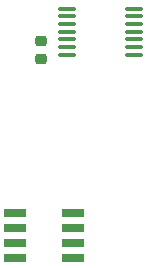
<source format=gbr>
%TF.GenerationSoftware,KiCad,Pcbnew,7.0.9*%
%TF.CreationDate,2023-12-12T19:27:25-05:00*%
%TF.ProjectId,MotorDriver,4d6f746f-7244-4726-9976-65722e6b6963,rev?*%
%TF.SameCoordinates,Original*%
%TF.FileFunction,Paste,Bot*%
%TF.FilePolarity,Positive*%
%FSLAX46Y46*%
G04 Gerber Fmt 4.6, Leading zero omitted, Abs format (unit mm)*
G04 Created by KiCad (PCBNEW 7.0.9) date 2023-12-12 19:27:25*
%MOMM*%
%LPD*%
G01*
G04 APERTURE LIST*
G04 Aperture macros list*
%AMRoundRect*
0 Rectangle with rounded corners*
0 $1 Rounding radius*
0 $2 $3 $4 $5 $6 $7 $8 $9 X,Y pos of 4 corners*
0 Add a 4 corners polygon primitive as box body*
4,1,4,$2,$3,$4,$5,$6,$7,$8,$9,$2,$3,0*
0 Add four circle primitives for the rounded corners*
1,1,$1+$1,$2,$3*
1,1,$1+$1,$4,$5*
1,1,$1+$1,$6,$7*
1,1,$1+$1,$8,$9*
0 Add four rect primitives between the rounded corners*
20,1,$1+$1,$2,$3,$4,$5,0*
20,1,$1+$1,$4,$5,$6,$7,0*
20,1,$1+$1,$6,$7,$8,$9,0*
20,1,$1+$1,$8,$9,$2,$3,0*%
G04 Aperture macros list end*
%ADD10RoundRect,0.225000X0.250000X-0.225000X0.250000X0.225000X-0.250000X0.225000X-0.250000X-0.225000X0*%
%ADD11RoundRect,0.042000X-0.908000X-0.258000X0.908000X-0.258000X0.908000X0.258000X-0.908000X0.258000X0*%
%ADD12RoundRect,0.100000X0.637500X0.100000X-0.637500X0.100000X-0.637500X-0.100000X0.637500X-0.100000X0*%
G04 APERTURE END LIST*
D10*
%TO.C,C10*%
X78740000Y-136982200D03*
X78740000Y-135432200D03*
%TD*%
D11*
%TO.C,U2*%
X76547800Y-153797000D03*
X76547800Y-152527000D03*
X76547800Y-151257000D03*
X76547800Y-149987000D03*
X81457800Y-149987000D03*
X81457800Y-151257000D03*
X81457800Y-152527000D03*
X81457800Y-153797000D03*
%TD*%
D12*
%TO.C,U3*%
X86682500Y-132670000D03*
X86682500Y-133320000D03*
X86682500Y-133970000D03*
X86682500Y-134620000D03*
X86682500Y-135270000D03*
X86682500Y-135920000D03*
X86682500Y-136570000D03*
X80957500Y-136570000D03*
X80957500Y-135920000D03*
X80957500Y-135270000D03*
X80957500Y-134620000D03*
X80957500Y-133970000D03*
X80957500Y-133320000D03*
X80957500Y-132670000D03*
%TD*%
M02*

</source>
